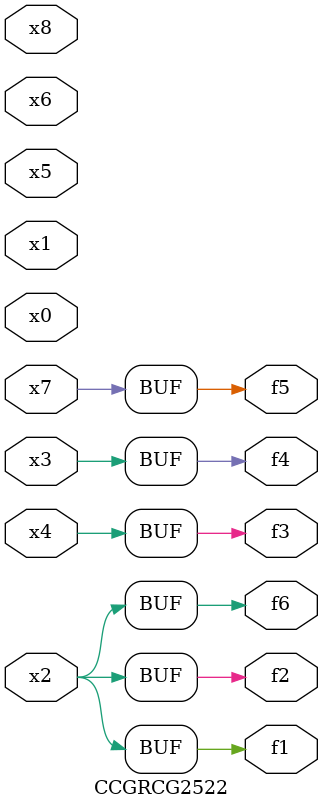
<source format=v>
module CCGRCG2522(
	input x0, x1, x2, x3, x4, x5, x6, x7, x8,
	output f1, f2, f3, f4, f5, f6
);
	assign f1 = x2;
	assign f2 = x2;
	assign f3 = x4;
	assign f4 = x3;
	assign f5 = x7;
	assign f6 = x2;
endmodule

</source>
